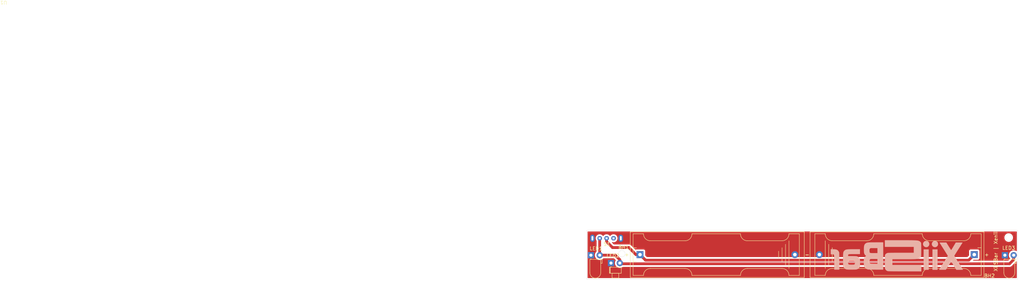
<source format=kicad_pcb>
(kicad_pcb (version 20240108) (generator "pcbnew") (generator_version "8.0")
  (layers (0 "F.Cu" signal) (31 "B.Cu" signal) (34 "B.Paste" user) (35 "F.Paste" user) (36 "B.SilkS" user "B.Silkscreen") (37 "F.SilkS" user "F.Silkscreen") (38 "B.Mask" user) (39 "F.Mask" user) (44 "Edge.Cuts" user))
  (net 0 "")
  (net 1 "GND")
  (net 2 "Net-(BT1-+)")
  (net 3 "Net-(D1-A)")
  (footprint "SLW-864587-2A-RA-N-D:SLW-864587-2A-RA-N-D" (layer "F.Cu") (at 114.135 73.305 180)
    (property "Reference" "U1" (at 174.05 68.015 180) (layer "F.SilkS") (effects (font (thickness 0.1))))
    (property "Value" "~" (hide yes))
    (pad "1" thru_hole circle (at -2 0 180) (size 1.3 1.3) (drill 0.6) (layers "*.Cu" "*.Mask"))
    (pad "2" thru_hole circle (at 0 0 180) (size 1.3 1.3) (drill 0.6) (layers "*.Cu" "*.Mask") (net 2 "Net-(BT1-+)"))
    (pad "3" thru_hole circle (at 2 0 180) (size 1.3 1.3) (drill 0.6) (layers "*.Cu" "*.Mask") (net 3 "Net-(D1-A)"))
    (pad "4" thru_hole oval (at -4.1 0 180) (size 1.3 2.1) (drill oval 0.5 1.3) (layers "*.Cu" "*.Mask") (net 1 "GND"))
    (pad "5" thru_hole oval (at 4.1 0 180) (size 1.3 2.1) (drill oval 0.5 1.3) (layers "*.Cu" "*.Mask") (net 1 "GND"))
  )
  (footprint "LED_THT:LED_D3.0mm_Horizontal_O1.27mm_Z10.0mm" (layer "F.Cu") (at 229.095 78.19)
    (property "Reference" "D2" (hide yes))
    (property "Value" "LED" (hide yes))
    (fp_line (start -0.29 1.21) (end -0.29 5.07) (stroke (width 0.12)) (layer "F.SilkS"))
    (fp_line (start -0.29 1.21) (end 2.83 1.21) (stroke (width 0.12)) (layer "F.SilkS"))
    (fp_line (start 0 1.08) (end 0 1.08) (stroke (width 0.12)) (layer "F.SilkS"))
    (fp_line (start 0 1.08) (end 0 1.21) (stroke (width 0.12)) (layer "F.SilkS"))
    (fp_line (start 0 1.21) (end 0 1.08) (stroke (width 0.12)) (layer "F.SilkS"))
    (fp_line (start 0 1.21) (end 0 1.21) (stroke (width 0.12)) (layer "F.SilkS"))
    (fp_line (start 2.54 1.08) (end 2.54 1.08) (stroke (width 0.12)) (layer "F.SilkS"))
    (fp_line (start 2.54 1.08) (end 2.54 1.21) (stroke (width 0.12)) (layer "F.SilkS"))
    (fp_line (start 2.54 1.21) (end 2.54 1.08) (stroke (width 0.12)) (layer "F.SilkS"))
    (fp_line (start 2.54 1.21) (end 2.54 1.21) (stroke (width 0.12)) (layer "F.SilkS"))
    (fp_line (start 2.83 1.21) (end 2.83 5.07) (stroke (width 0.12)) (layer "F.SilkS"))
    (fp_line (start 2.83 1.21) (end 3.23 1.21) (stroke (width 0.12)) (layer "F.SilkS"))
    (fp_line (start 2.83 2.33) (end 2.83 1.21) (stroke (width 0.12)) (layer "F.SilkS"))
    (fp_line (start 3.23 1.21) (end 3.23 2.33) (stroke (width 0.12)) (layer "F.SilkS"))
    (fp_line (start 3.23 2.33) (end 2.83 2.33) (stroke (width 0.12)) (layer "F.SilkS"))
    (fp_arc (start 2.83 5.07) (mid 1.27 6.63) (end -0.29 5.07) (stroke (width 0.12)) (layer "F.SilkS"))
    (pad "1" thru_hole rect (at 0 0) (size 1.8 1.8) (drill 0.9) (layers "*.Cu" "*.Mask") (net 1 "GND"))
    (pad "2" thru_hole circle (at 2.54 0) (size 1.8 1.8) (drill 0.9) (layers "*.Cu" "*.Mask") (net 3 "Net-(D1-A)"))
  )
  (footprint "LED_THT:LED_D1.8mm_W1.8mm_H2.4mm_Horizontal_O1.27mm_Z1.6mm" (layer "F.Cu") (at 115.4 80.465)
    (property "Reference" "D3" (hide yes))
    (property "Value" "LED" (hide yes))
    (fp_line (start -0.44 1.21) (end -0.44 2.93) (stroke (width 0.12)) (layer "F.SilkS"))
    (fp_line (start -0.44 2.93) (end 2.98 2.93) (stroke (width 0.12)) (layer "F.SilkS"))
    (fp_line (start -0.32 1.21) (end -0.32 2.93) (stroke (width 0.12)) (layer "F.SilkS"))
    (fp_line (start -0.2 1.21) (end -0.2 2.93) (stroke (width 0.12)) (layer "F.SilkS"))
    (fp_line (start 0 1.08) (end 0 1.08) (stroke (width 0.12)) (layer "F.SilkS"))
    (fp_line (start 0 1.08) (end 0 1.21) (stroke (width 0.12)) (layer "F.SilkS"))
    (fp_line (start 0 1.21) (end 0 1.08) (stroke (width 0.12)) (layer "F.SilkS"))
    (fp_line (start 0 1.21) (end 0 1.21) (stroke (width 0.12)) (layer "F.SilkS"))
    (fp_line (start 0.31 2.93) (end 0.31 4.33) (stroke (width 0.12)) (layer "F.SilkS"))
    (fp_line (start 0.31 4.33) (end 2.23 4.33) (stroke (width 0.12)) (layer "F.SilkS"))
    (fp_line (start 2.23 2.93) (end 0.31 2.93) (stroke (width 0.12)) (layer "F.SilkS"))
    (fp_line (start 2.23 4.33) (end 2.23 2.93) (stroke (width 0.12)) (layer "F.SilkS"))
    (fp_line (start 2.54 1.08) (end 2.54 1.08) (stroke (width 0.12)) (layer "F.SilkS"))
    (fp_line (start 2.54 1.08) (end 2.54 1.21) (stroke (width 0.12)) (layer "F.SilkS"))
    (fp_line (start 2.54 1.21) (end 2.54 1.08) (stroke (width 0.12)) (layer "F.SilkS"))
    (fp_line (start 2.54 1.21) (end 2.54 1.21) (stroke (width 0.12)) (layer "F.SilkS"))
    (fp_line (start 2.98 1.21) (end -0.44 1.21) (stroke (width 0.12)) (layer "F.SilkS"))
    (fp_line (start 2.98 2.93) (end 2.98 1.21) (stroke (width 0.12)) (layer "F.SilkS"))
    (pad "1" thru_hole rect (at 0 0) (size 1.8 1.8) (drill 0.9) (layers "*.Cu" "*.Mask") (net 1 "GND"))
    (pad "2" thru_hole circle (at 2.54 0) (size 1.8 1.8) (drill 0.9) (layers "*.Cu" "*.Mask") (net 3 "Net-(D1-A)"))
  )
  (footprint "Battery:BatteryHolder_Keystone_2466_1xAAA" (layer "F.Cu") (at 220.255 78.025 180)
    (property "Reference" "BT2" (hide yes))
    (property "Value" "Battery_Cell")
    (fp_line (start 47.4 6.6) (end 47.4 -6.6) (stroke (width 0.12)) (layer "F.SilkS"))
    (fp_line (start 47.4 -6.6) (end -2.8 -6.6) (stroke (width 0.12)) (layer "F.SilkS"))
    (fp_line (start 46 6) (end 43 6) (stroke (width 0.12)) (layer "F.SilkS"))
    (fp_line (start 46 -6) (end 46 6) (stroke (width 0.12)) (layer "F.SilkS"))
    (fp_line (start 46 -6) (end 43 -6) (stroke (width 0.12)) (layer "F.SilkS"))
    (fp_line (start 43 -4) (end 43 4) (stroke (width 0.12)) (layer "F.SilkS"))
    (fp_line (start 42 3) (end 42 -3) (stroke (width 0.12)) (layer "F.SilkS"))
    (fp_line (start 41 4) (end 31 4) (stroke (width 0.12)) (layer "F.SilkS"))
    (fp_line (start 41 -2) (end 41 2) (stroke (width 0.12)) (layer "F.SilkS"))
    (fp_line (start 41 -4) (end 31 -4) (stroke (width 0.12)) (layer "F.SilkS"))
    (fp_line (start 40 -1) (end 40 1) (stroke (width 0.12)) (layer "F.SilkS"))
    (fp_line (start 29 -6) (end 15 -6) (stroke (width 0.12)) (layer "F.SilkS"))
    (fp_line (start 15 6) (end 29 6) (stroke (width 0.12)) (layer "F.SilkS"))
    (fp_line (start 3 4) (end 13 4) (stroke (width 0.12)) (layer "F.SilkS"))
    (fp_line (start 3 -4) (end 13 -4) (stroke (width 0.12)) (layer "F.SilkS"))
    (fp_line (start -1 2) (end -2 2) (stroke (width 0.12)) (layer "F.SilkS"))
    (fp_line (start -2 6) (end 1 6) (stroke (width 0.12)) (layer "F.SilkS"))
    (fp_line (start -2 -2) (end -1 -2) (stroke (width 0.12)) (layer "F.SilkS"))
    (fp_line (start -2 -6) (end 1 -6) (stroke (width 0.12)) (layer "F.SilkS"))
    (fp_line (start -2 -6) (end -2 6) (stroke (width 0.12)) (layer "F.SilkS"))
    (fp_line (start -2.8 6.6) (end 47.4 6.6) (stroke (width 0.12)) (layer "F.SilkS"))
    (fp_line (start -2.8 -6.6) (end -2.8 6.6) (stroke (width 0.12)) (layer "F.SilkS"))
    (fp_arc (start 43 -6) (mid 42.414214 -4.585786) (end 41 -4) (stroke (width 0.12)) (layer "F.SilkS"))
    (fp_arc (start 41 4) (mid 42.414214 4.585786) (end 43 6) (stroke (width 0.12)) (layer "F.SilkS"))
    (fp_arc (start 31 -4) (mid 29.585786 -4.585786) (end 29 -6) (stroke (width 0.12)) (layer "F.SilkS"))
    (fp_arc (start 29 6) (mid 29.585786 4.585786) (end 31 4) (stroke (width 0.12)) (layer "F.SilkS"))
    (fp_arc (start 15 -6) (mid 14.414214 -4.585786) (end 13 -4) (stroke (width 0.12)) (layer "F.SilkS"))
    (fp_arc (start 13 4) (mid 14.414214 4.585786) (end 15 6) (stroke (width 0.12)) (layer "F.SilkS"))
    (fp_arc (start 3 -4) (mid 1.585786 -4.585786) (end 1 -6) (stroke (width 0.12)) (layer "F.SilkS"))
    (fp_arc (start 1 6) (mid 1.585786 4.585786) (end 3 4) (stroke (width 0.12)) (layer "F.SilkS"))
    (fp_text user "-" (at 48.26 0 0) (layer "F.SilkS"))
    (fp_text user "+" (at -3.61 -0.01 0) (layer "F.SilkS"))
    (pad "1" thru_hole rect (at 0 0 180) (size 2 2) (drill 1.02) (layers "*.Cu" "*.Mask") (net 2 "Net-(BT1-+)"))
    (pad "2" thru_hole circle (at 44.7 0 180) (size 2 2) (drill 1.02) (layers "*.Cu" "*.Mask") (net 1 "GND"))
  )
  (footprint "LED_THT:LED_D3.0mm_Horizontal_O1.27mm_Z10.0mm" (layer "F.Cu") (at 109.605 78.19)
    (property "Reference" "D1" (hide yes))
    (property "Value" "LED" (hide yes))
    (fp_line (start -0.29 1.21) (end -0.29 5.07) (stroke (width 0.12)) (layer "F.SilkS"))
    (fp_line (start -0.29 1.21) (end 2.83 1.21) (stroke (width 0.12)) (layer "F.SilkS"))
    (fp_line (start 0 1.08) (end 0 1.08) (stroke (width 0.12)) (layer "F.SilkS"))
    (fp_line (start 0 1.08) (end 0 1.21) (stroke (width 0.12)) (layer "F.SilkS"))
    (fp_line (start 0 1.21) (end 0 1.08) (stroke (width 0.12)) (layer "F.SilkS"))
    (fp_line (start 0 1.21) (end 0 1.21) (stroke (width 0.12)) (layer "F.SilkS"))
    (fp_line (start 2.54 1.08) (end 2.54 1.08) (stroke (width 0.12)) (layer "F.SilkS"))
    (fp_line (start 2.54 1.08) (end 2.54 1.21) (stroke (width 0.12)) (layer "F.SilkS"))
    (fp_line (start 2.54 1.21) (end 2.54 1.08) (stroke (width 0.12)) (layer "F.SilkS"))
    (fp_line (start 2.54 1.21) (end 2.54 1.21) (stroke (width 0.12)) (layer "F.SilkS"))
    (fp_line (start 2.83 1.21) (end 2.83 5.07) (stroke (width 0.12)) (layer "F.SilkS"))
    (fp_line (start 2.83 1.21) (end 3.23 1.21) (stroke (width 0.12)) (layer "F.SilkS"))
    (fp_line (start 2.83 2.33) (end 2.83 1.21) (stroke (width 0.12)) (layer "F.SilkS"))
    (fp_line (start 3.23 1.21) (end 3.23 2.33) (stroke (width 0.12)) (layer "F.SilkS"))
    (fp_line (start 3.23 2.33) (end 2.83 2.33) (stroke (width 0.12)) (layer "F.SilkS"))
    (fp_arc (start 2.83 5.07) (mid 1.27 6.63) (end -0.29 5.07) (stroke (width 0.12)) (layer "F.SilkS"))
    (pad "1" thru_hole rect (at 0 0) (size 1.8 1.8) (drill 0.9) (layers "*.Cu" "*.Mask") (net 1 "GND"))
    (pad "2" thru_hole circle (at 2.54 0) (size 1.8 1.8) (drill 0.9) (layers "*.Cu" "*.Mask") (net 3 "Net-(D1-A)"))
  )
  (footprint "Battery:BatteryHolder_Keystone_2466_1xAAA" (layer "F.Cu") (at 123.775 78.03)
    (property "Reference" "BT1" (hide yes))
    (property "Value" "Battery_Cell")
    (fp_line (start -2.8 -6.6) (end -2.8 6.6) (stroke (width 0.12)) (layer "F.SilkS"))
    (fp_line (start -2.8 6.6) (end 47.4 6.6) (stroke (width 0.12)) (layer "F.SilkS"))
    (fp_line (start -2 -6) (end -2 6) (stroke (width 0.12)) (layer "F.SilkS"))
    (fp_line (start -2 -6) (end 1 -6) (stroke (width 0.12)) (layer "F.SilkS"))
    (fp_line (start -2 -2) (end -1 -2) (stroke (width 0.12)) (layer "F.SilkS"))
    (fp_line (start -2 6) (end 1 6) (stroke (width 0.12)) (layer "F.SilkS"))
    (fp_line (start -1 2) (end -2 2) (stroke (width 0.12)) (layer "F.SilkS"))
    (fp_line (start 3 -4) (end 13 -4) (stroke (width 0.12)) (layer "F.SilkS"))
    (fp_line (start 3 4) (end 13 4) (stroke (width 0.12)) (layer "F.SilkS"))
    (fp_line (start 15 6) (end 29 6) (stroke (width 0.12)) (layer "F.SilkS"))
    (fp_line (start 29 -6) (end 15 -6) (stroke (width 0.12)) (layer "F.SilkS"))
    (fp_line (start 40 -1) (end 40 1) (stroke (width 0.12)) (layer "F.SilkS"))
    (fp_line (start 41 -4) (end 31 -4) (stroke (width 0.12)) (layer "F.SilkS"))
    (fp_line (start 41 -2) (end 41 2) (stroke (width 0.12)) (layer "F.SilkS"))
    (fp_line (start 41 4) (end 31 4) (stroke (width 0.12)) (layer "F.SilkS"))
    (fp_line (start 42 3) (end 42 -3) (stroke (width 0.12)) (layer "F.SilkS"))
    (fp_line (start 43 -4) (end 43 4) (stroke (width 0.12)) (layer "F.SilkS"))
    (fp_line (start 46 -6) (end 43 -6) (stroke (width 0.12)) (layer "F.SilkS"))
    (fp_line (start 46 -6) (end 46 6) (stroke (width 0.12)) (layer "F.SilkS"))
    (fp_line (start 46 6) (end 43 6) (stroke (width 0.12)) (layer "F.SilkS"))
    (fp_line (start 47.4 -6.6) (end -2.8 -6.6) (stroke (width 0.12)) (layer "F.SilkS"))
    (fp_line (start 47.4 6.6) (end 47.4 -6.6) (stroke (width 0.12)) (layer "F.SilkS"))
    (fp_arc (start 1 6) (mid 1.585786 4.585786) (end 3 4) (stroke (width 0.12)) (layer "F.SilkS"))
    (fp_arc (start 3 -4) (mid 1.585786 -4.585786) (end 1 -6) (stroke (width 0.12)) (layer "F.SilkS"))
    (fp_arc (start 13 4) (mid 14.414214 4.585786) (end 15 6) (stroke (width 0.12)) (layer "F.SilkS"))
    (fp_arc (start 15 -6) (mid 14.414214 -4.585786) (end 13 -4) (stroke (width 0.12)) (layer "F.SilkS"))
    (fp_arc (start 29 6) (mid 29.585786 4.585786) (end 31 4) (stroke (width 0.12)) (layer "F.SilkS"))
    (fp_arc (start 31 -4) (mid 29.585786 -4.585786) (end 29 -6) (stroke (width 0.12)) (layer "F.SilkS"))
    (fp_arc (start 41 4) (mid 42.414214 4.585786) (end 43 6) (stroke (width 0.12)) (layer "F.SilkS"))
    (fp_arc (start 43 -6) (mid 42.414214 -4.585786) (end 41 -4) (stroke (width 0.12)) (layer "F.SilkS"))
    (fp_text user "-" (at 48.26 0 0) (layer "F.SilkS"))
    (fp_text user "+" (at -3.81 0 0) (layer "F.SilkS"))
    (pad "1" thru_hole rect (at 0 0) (size 2 2) (drill 1.02) (layers "*.Cu" "*.Mask") (net 2 "Net-(BT1-+)"))
    (pad "2" thru_hole circle (at 44.7 0) (size 2 2) (drill 1.02) (layers "*.Cu" "*.Mask") (net 1 "GND"))
  )
  (footprint "LOGO" (layer "B.Cu") (at 197.90575 77.885181 180)
    (property "Reference" "G***" (hide yes))
    (property "Value" "LOGO" (hide yes))
    (fp_poly (pts (xy -7.737074 -1.577955) (xy -7.737074 -4.53026) (xy -8.47515 -4.53026) (xy -9.213226 -4.53026) (xy -9.213226 -1.577955) (xy -9.213226 1.374349) (xy -8.47515 1.374349) (xy -7.737074 1.374349)) (fill solid) (layer "B.SilkS"))
    (fp_poly (pts (xy -10.282164 -1.577955) (xy -10.282164 -4.53026) (xy -11.02024 -4.53026) (xy -11.758316 -4.53026) (xy -11.758316 -1.577955) (xy -11.758316 1.374349) (xy -11.02024 1.374349) (xy -10.282164 1.374349)) (fill solid) (layer "B.SilkS"))
    (fp_poly (pts (xy -10.640753 3.764908) (xy -10.555294 3.722876) (xy -10.323389 3.527145) (xy -10.172278 3.294323) (xy -10.098451 3.040789) (xy -10.098395 2.782918) (xy -10.168601 2.537088) (xy -10.305557 2.319674) (xy -10.505751 2.147054) (xy -10.765672 2.035603) (xy -10.923127 2.007275) (xy -11.157579 2.008421) (xy -11.366462 2.073614) (xy -11.376553 2.078359) (xy -11.631789 2.240552) (xy -11.801081 2.448335) (xy -11.891238 2.712918) (xy -11.911022 2.958147) (xy -11.876874 3.235843) (xy -11.766438 3.459097) (xy -11.573105 3.648311) (xy -11.370766 3.752644) (xy -11.123098 3.808673) (xy -10.867345 3.813671)) (fill solid) (layer "B.SilkS"))
    (fp_poly (pts (xy -8.165086 3.7801) (xy -7.926504 3.662052) (xy -7.728476 3.455331) (xy -7.704383 3.42075) (xy -7.581113 3.159807) (xy -7.547685 2.895673) (xy -7.593537 2.641984) (xy -7.708107 2.412379) (xy -7.880834 2.220494) (xy -8.101155 2.079967) (xy -8.358511 2.004435) (xy -8.642337 2.007535) (xy -8.775251 2.038029) (xy -8.944077 2.1248) (xy -9.117017 2.270264) (xy -9.255989 2.440466) (xy -9.286853 2.494189) (xy -9.380164 2.781377) (xy -9.380182 3.07364) (xy -9.289168 3.349366) (xy -9.180373 3.511739) (xy -8.997165 3.683187) (xy -8.785985 3.780853) (xy -8.518434 3.816791) (xy -8.459754 3.817636)) (fill solid) (layer "B.SilkS"))
    (fp_poly (pts (xy 19.088177 0.692565) (xy 19.088177 -0.040122) (xy 18.68615 -0.058379) (xy 18.539934 -0.062838) (xy 18.418755 -0.067585) (xy 18.320277 -0.081408) (xy 18.242163 -0.113095) (xy 18.182076 -0.171434) (xy 18.137678 -0.265213) (xy 18.106634 -0.40322) (xy 18.086605 -0.594242) (xy 18.075255 -0.847067) (xy 18.070247 -1.170483) (xy 18.069245 -1.573278) (xy 18.06991 -2.06424) (xy 18.070141 -2.374823) (xy 18.070141 -4.479358) (xy 17.330227 -4.479358) (xy 16.590313 -4.479358) (xy 16.604876 -1.997895) (xy 16.619439 0.483568) (xy 16.772145 0.761958) (xy 16.919073 0.980194) (xy 17.099887 1.14897) (xy 17.327069 1.27305) (xy 17.613102 1.357199) (xy 17.970468 1.406182) (xy 18.41165 1.424763) (xy 18.509754 1.425251) (xy 19.088177 1.425251)) (fill solid) (layer "B.SilkS"))
    (fp_poly (pts (xy 6.601057 3.40974) (xy 7.080937 3.40715) (xy 7.478981 3.401832) (xy 7.805169 3.392965) (xy 8.069482 3.37973) (xy 8.281899 3.361307) (xy 8.452402 3.336876) (xy 8.590971 3.305617) (xy 8.707587 3.266712) (xy 8.812229 3.219339) (xy 8.893366 3.175175) (xy 9.08718 3.042165) (xy 9.239562 2.883117) (xy 9.354286 2.68596) (xy 9.43513 2.438624) (xy 9.485869 2.129038) (xy 9.510278 1.745131) (xy 9.512134 1.274832) (xy 9.510807 1.2013) (xy 9.50358 0.88129) (xy 9.494991 0.643697) (xy 9.482349 0.469144) (xy 9.462965 0.338253) (xy 9.434147 0.231645) (xy 9.393205 0.129945) (xy 9.349256 0.037754) (xy 9.242243 -0.143767) (xy 9.11616 -0.306522) (xy 9.029553 -0.389423) (xy 8.85378 -0.523491) (xy 9.000999 -0.61302) (xy 9.202385 -0.790279) (xy 9.374296 -1.054381) (xy 9.452484 -1.231005) (xy 9.492451 -1.395765) (xy 9.521558 -1.637904) (xy 9.539761 -1.933577) (xy 9.54702 -2.258934) (xy 9.543292 -2.59013) (xy 9.528534 -2.903317) (xy 9.502705 -3.174647) (xy 9.465762 -3.380274) (xy 9.456344 -3.413668) (xy 9.298199 -3.777299) (xy 9.072811 -4.064508) (xy 8.780276 -4.275206) (xy 8.420691 -4.409305) (xy 8.358116 -4.423403) (xy 8.228274 -4.43887) (xy 8.002227 -4.452041) (xy 7.685553 -4.462784) (xy 7.283827 -4.470965) (xy 6.802626 -4.476453) (xy 6.247527 -4.479115) (xy 6.003908 -4.479358) (xy 3.919439 -4.479358) (xy 3.919439 -2.08994) (xy 5.599199 -2.08994) (xy 5.599199 -2.805532) (xy 6.612021 -2.78984) (xy 6.961899 -2.783607) (xy 7.224513 -2.776275) (xy 7.414403 -2.766383) (xy 7.54611 -2.752467) (xy 7.634172 -2.733066) (xy 7.693129 -2.706715) (xy 7.731861 -2.67718) (xy 7.782844 -2.619534) (xy 7.814656 -2.543396) (xy 7.831648 -2.425384) (xy 7.838174 -2.242116) (xy 7.838878 -2.102221) (xy 7.836718 -1.874361) (xy 7.826811 -1.723478) (xy 7.80402 -1.624778) (xy 7.763209 -1.553469) (xy 7.713937 -1.499289) (xy 7.668533 -1.456438) (xy 7.620272 -1.424711) (xy 7.554173 -1.402435) (xy 7.455253 -1.387941) (xy 7.308532 -1.379555) (xy 7.099026 -1.375607) (xy 6.811755 -1.374425) (xy 6.594098 -1.374348) (xy 5.599199 -1.374348) (xy 5.599199 -2.08994) (xy 3.919439 -2.08994) (xy 3.919439 -0.534468) (xy 3.919439 1.018037) (xy 5.599199 1.018037) (xy 5.599199 0.305411) (xy 6.611596 0.305411) (xy 6.960913 0.30617) (xy 7.223212 0.309293) (xy 7.413274 0.316049) (xy 7.545879 0.327707) (xy 7.635806 0.345538) (xy 7.697836 0.37081) (xy 7.744161 0.402685) (xy 7.802416 0.459934) (xy 7.83987 0.533359) (xy 7.862459 0.647019) (xy 7.87612 0.824969) (xy 7.882078 0.961497) (xy 7.889158 1.180951) (xy 7.88609 1.324845) (xy 7.86709 1.419329) (xy 7.826377 1.490554) (xy 7.758169 1.56467) (xy 7.746013 1.576849) (xy 7.5922 1.730662) (xy 6.595699 1.730662) (xy 5.599199 1.730662) (xy 5.599199 1.018037) (xy 3.919439 1.018037) (xy 3.919439 3.410421) (xy 6.029359 3.410421)) (fill solid) (layer "B.SilkS"))
    (fp_poly (pts (xy 3.461323 3.054109) (xy 3.461323 2.086974) (xy -0.712625 2.086974) (xy -4.886573 2.086974) (xy -4.886573 1.247095) (xy -4.886573 0.407215) (xy -1.234368 0.405971) (xy -0.475141 0.404961) (xy 0.211099 0.402506) (xy 0.820612 0.398658) (xy 1.349662 0.393469) (xy 1.79451 0.38699) (xy 2.151417 0.379271) (xy 2.416645 0.370366) (xy 2.586455 0.360324) (xy 2.646894 0.352569) (xy 2.941353 0.245099) (xy 3.184109 0.075699) (xy 3.352833 -0.139837) (xy 3.358514 -0.150734) (xy 3.38562 -0.208468) (xy 3.407499 -0.271742) (xy 3.424706 -0.351518) (xy 3.437797 -0.458762) (xy 3.447328 -0.604436) (xy 3.453853 -0.799504) (xy 3.457928 -1.054931) (xy 3.46011 -1.381679) (xy 3.460953 -1.790713) (xy 3.461039 -2.174024) (xy 3.459376 -2.691683) (xy 3.454689 -3.145685) (xy 3.447177 -3.528672) (xy 3.437037 -3.833287) (xy 3.424468 -4.052172) (xy 3.409668 -4.177969) (xy 3.40675 -4.190276) (xy 3.29851 -4.418776) (xy 3.117897 -4.63333) (xy 2.893128 -4.804331) (xy 2.759111 -4.869789) (xy 2.714178 -4.88549) (xy 2.660926 -4.899366) (xy 2.593008 -4.911552) (xy 2.504079 -4.922182) (xy 2.387794 -4.931392) (xy 2.237807 -4.939317) (xy 2.047772 -4.94609) (xy 1.811344 -4.951848) (xy 1.522177 -4.956725) (xy 1.173926 -4.960855) (xy 0.760245 -4.964374) (xy 0.274789 -4.967417) (xy -0.288789 -4.970119) (xy -0.936833 -4.972613) (xy -1.675689 -4.975036) (xy -2.277855 -4.976842) (xy -7.07535 -4.990881) (xy -7.07535 -4.047945) (xy -7.07535 -3.10501) (xy -2.901402 -3.10501) (xy 1.272545 -3.10501) (xy 1.272545 -2.290581) (xy 1.272545 -1.476152) (xy -2.006938 -1.476152) (xy -2.728942 -1.475717) (xy -3.357029 -1.474158) (xy -3.899082 -1.471094) (xy -4.362984 -1.466144) (xy -4.756619 -1.458926) (xy -5.08787 -1.449059) (xy -5.36462 -1.436161) (xy -5.594753 -1.419852) (xy -5.786152 -1.399749) (xy -5.9467 -1.375472) (xy -6.084281 -1.34664) (xy -6.206779 -1.31287) (xy -6.322076 -1.273783) (xy -6.341803 -1.266479) (xy -6.568337 -1.147824) (xy -6.774532 -0.979658) (xy -6.933048 -0.788214) (xy -7.010431 -0.62483) (xy -7.020656 -0.53698) (xy -7.029314 -0.361961) (xy -7.036405 -0.114378) (xy -7.041925 0.191163) (xy -7.045872 0.540055) (xy -7.048245 0.917692) (xy -7.049042 1.309469) (xy -7.048259 1.700778) (xy -7.045896 2.077014) (xy -7.04195 2.42357) (xy -7.036418 2.725841) (xy -7.0293 2.96922) (xy -7.020592 3.1391) (xy -7.010988 3.218606) (xy -6.907323 3.423557) (xy -6.727317 3.614016) (xy -6.495999 3.766078) (xy -6.388612 3.813101) (xy -6.289104 3.847983) (xy -6.184004 3.878768) (xy -6.066645 3.905709) (xy -5.930363 3.929057) (xy -5.768492 3.949067) (xy -5.574367 3.965991) (xy -5.341322 3.980083) (xy -5.062694 3.991595) (xy -4.731815 4.00078) (xy -4.342021 4.007891) (xy -3.886647 4.013182) (xy -3.359027 4.016905) (xy -2.752497 4.019313) (xy -2.06039 4.02066) (xy -1.276041 4.021197) (xy -0.904842 4.021243) (xy 3.461323 4.021243)) (fill solid) (layer "B.SilkS"))
    (fp_poly (pts (xy -16.366691 2.265131) (xy -16.188083 1.965603) (xy -16.025684 1.697531) (xy -15.886823 1.47267) (xy -15.778831 1.302773) (xy -15.709038 1.199597) (xy -15.685634 1.172994) (xy -15.650686 1.214987) (xy -15.56974 1.331981) (xy -15.450366 1.512408) (xy -15.300136 1.744699) (xy -15.126622 2.017285) (xy -14.969386 2.267382) (xy -14.286467 3.35952) (xy -13.302351 3.35952) (xy -12.99841 3.35834) (xy -12.732589 3.355052) (xy -12.520387 3.350036) (xy -12.377304 3.343669) (xy -12.318836 3.336329) (xy -12.318236 3.335488) (xy -12.344705 3.288893) (xy -12.420412 3.165322) (xy -12.539807 2.973605) (xy -12.697339 2.72257) (xy -12.887459 2.421044) (xy -13.104617 2.077856) (xy -13.343262 1.701834) (xy -13.514429 1.432759) (xy -13.76477 1.038422) (xy -13.997338 0.669847) (xy -14.206562 0.336024) (xy -14.386872 0.045944) (xy -14.532698 -0.191402) (xy -14.63847 -0.367023) (xy -14.698619 -0.471927) (xy -14.710621 -0.498159) (xy -14.683909 -0.550516) (xy -14.60746 -0.679532) (xy -14.486801 -0.876372) (xy -14.32746 -1.132199) (xy -14.134965 -1.438176) (xy -13.914842 -1.785466) (xy -13.672622 -2.165234) (xy -13.472945 -2.476693) (xy -13.21617 -2.876438) (xy -12.975714 -3.250976) (xy -12.757303 -3.591372) (xy -12.566662 -3.888694) (xy -12.409519 -4.134007) (xy -12.2916 -4.318379) (xy -12.218629 -4.432875) (xy -12.196724 -4.467721) (xy -12.201996 -4.490266) (xy -12.255822 -4.506426) (xy -12.36889 -4.516765) (xy -12.551886 -4.521846) (xy -12.815498 -4.522234) (xy -13.161006 -4.518623) (xy -14.163835 -4.504809) (xy -14.90807 -3.338176) (xy -15.105659 -3.031263) (xy -15.28717 -2.754693) (xy -15.445054 -2.519537) (xy -15.571767 -2.336865) (xy -15.659762 -2.217747) (xy -15.701493 -2.173256) (xy -15.702173 -2.173186) (xy -15.740413 -2.215636) (xy -15.822951 -2.334508) (xy -15.942538 -2.518436) (xy -16.091923 -2.756053) (xy -16.263856 -3.035993) (xy -16.451086 -3.346891) (xy -16.454459 -3.352545) (xy -17.156876 -4.53026) (xy -18.150981 -4.53026) (xy -18.50371 -4.528948) (xy -18.765032 -4.524553) (xy -18.945313 -4.516384) (xy -19.054921 -4.503751) (xy -19.104223 -4.485964) (xy -19.106678 -4.466633) (xy -19.071971 -4.411788) (xy -18.98796 -4.280202) (xy -18.860359 -4.080791) (xy -18.694881 -3.822471) (xy -18.49724 -3.514159) (xy -18.273148 -3.16477) (xy -18.028319 -2.783221) (xy -17.82792 -2.471029) (xy -17.572467 -2.070734) (xy -17.335667 -1.695029) (xy -17.122955 -1.352872) (xy -16.939762 -1.05322) (xy -16.79152 -0.805031) (xy -16.683663 -0.617262) (xy -16.621622 -0.498871) (xy -16.608542 -0.460407) (xy -16.639642 -0.402019) (xy -16.719986 -0.267204) (xy -16.843814 -0.065202) (xy -17.005369 0.194749) (xy -17.198891 0.503408) (xy -17.418621 0.851538) (xy -17.658801 1.229897) (xy -17.807942 1.463843) (xy -18.056328 1.853417) (xy -18.286903 2.216144) (xy -18.494058 2.54312) (xy -18.672183 2.82544) (xy -18.81567 3.054199) (xy -18.918907 3.220493) (xy -18.976286 3.315417) (xy -18.986372 3.334484) (xy -18.938052 3.342209) (xy -18.803413 3.348967) (xy -18.59794 3.354364) (xy -18.337116 3.358007) (xy -18.036425 3.359503) (xy -18.000395 3.35952) (xy -17.014418 3.35952)) (fill solid) (layer "B.SilkS"))
    (fp_poly (pts (xy 12.930611 1.423624) (xy 13.40975 1.417613) (xy 13.807291 1.405518) (xy 14.133321 1.385641) (xy 14.397926 1.356284) (xy 14.61119 1.315749) (xy 14.783199 1.262338) (xy 14.924039 1.194352) (xy 15.043795 1.110093) (xy 15.152553 1.007863) (xy 15.209549 0.9454) (xy 15.287782 0.850275) (xy 15.351967 0.752956) (xy 15.403481 0.642647) (xy 15.443701 0.50855) (xy 15.474006 0.339871) (xy 15.495773 0.125813) (xy 15.510379 -0.14442) (xy 15.519203 -0.481624) (xy 15.523622 -0.896596) (xy 15.525014 -1.400131) (xy 15.52505 -1.527054) (xy 15.524412 -2.052291) (xy 15.521348 -2.486587) (xy 15.514132 -2.840803) (xy 15.501037 -3.125801) (xy 15.48034 -3.352439) (xy 15.450313 -3.53158) (xy 15.40923 -3.674083) (xy 15.355368 -3.79081) (xy 15.286999 -3.89262) (xy 15.202397 -3.990375) (xy 15.12026 -4.074568) (xy 14.999915 -4.188348) (xy 14.882767 -4.278685) (xy 14.755541 -4.34818) (xy 14.604959 -4.399436) (xy 14.417745 -4.435056) (xy 14.180622 -4.457641) (xy 13.880313 -4.469795) (xy 13.503541 -4.474119) (xy 13.085251 -4.473454) (xy 12.733518 -4.470909) (xy 12.411666 -4.466907) (xy 12.134975 -4.461772) (xy 11.918726 -4.455828) (xy 11.778199 -4.449399) (xy 11.732866 -4.44474) (xy 11.418515 -4.355481) (xy 11.178549 -4.240253) (xy 10.986327 -4.085625) (xy 10.954531 -4.052343) (xy 10.843674 -3.923735) (xy 10.759565 -3.799053) (xy 10.698578 -3.661752) (xy 10.657088 -3.495288) (xy 10.631467 -3.283117) (xy 10.618089 -3.008694) (xy 10.61333 -2.655474) (xy 10.613218 -2.595868) (xy 12.115687 -2.595868) (xy 12.12547 -2.760471) (xy 12.146764 -2.86704) (xy 12.153585 -2.880302) (xy 12.21447 -2.947597) (xy 12.302008 -2.994991) (xy 12.432199 -3.02517) (xy 12.621042 -3.040824) (xy 12.884536 -3.044643) (xy 13.114759 -3.041847) (xy 13.406867 -3.034924) (xy 13.615055 -3.02502) (xy 13.757203 -3.009757) (xy 13.851193 -2.986751) (xy 13.914907 -2.953622) (xy 13.941913 -2.93169) (xy 14.015442 -2.807116) (xy 14.053218 -2.622979) (xy 14.055389 -2.41498) (xy 14.022105 -2.218818) (xy 13.953517 -2.070193) (xy 13.938222 -2.052078) (xy 13.891763 -2.007485) (xy 13.838364 -1.975841) (xy 13.760984 -1.95493) (xy 13.642582 -1.942535) (xy 13.466117 -1.936442) (xy 13.214549 -1.934434) (xy 13.03217 -1.934268) (xy 12.680948 -1.937656) (xy 12.425629 -1.948091) (xy 12.260528 -1.965979) (xy 12.179959 -1.991723) (xy 12.175712 -1.99535) (xy 12.147428 -2.072972) (xy 12.127464 -2.220206) (xy 12.116618 -2.405143) (xy 12.115687 -2.595868) (xy 10.613218 -2.595868) (xy 10.613026 -2.494188) (xy 10.613447 -2.162357) (xy 10.61613 -1.914274) (xy 10.623205 -1.731884) (xy 10.636801 -1.597131) (xy 10.659049 -1.491959) (xy 10.692077 -1.398313) (xy 10.738017 -1.298138) (xy 10.759229 -1.254751) (xy 10.954377 -0.96888) (xy 11.221504 -0.751702) (xy 11.551014 -0.611009) (xy 11.552953 -0.610469) (xy 11.655466 -0.595926) (xy 11.842379 -0.583022) (xy 12.096292 -0.572411) (xy 12.399805 -0.564747) (xy 12.735518 -0.560683) (xy 12.890882 -0.560203) (xy 14.048898 -0.559919) (xy 14.048898 -0.364201) (xy 14.047793 -0.26804) (xy 14.037886 -0.190495) (xy 14.009292 -0.129562) (xy 13.952121 -0.083241) (xy 13.856489 -0.049527) (xy 13.712507 -0.02642) (xy 13.510289 -0.011917) (xy 13.239947 -0.004014) (xy 12.891596 -0.000711) (xy 12.455348 -0.000004) (xy 12.250601 0) (xy 10.638477 0) (xy 10.638477 0.712626) (xy 10.638477 1.425251) (xy 12.35979 1.425251)) (fill solid) (layer "B.SilkS"))
  )
  (gr_circle (center 118.535013 77.76) (end 119.480013 77.755) (stroke (width 0.05)) (fill none) (layer "Edge.Cuts"))
  (gr_circle (center 230.195 73.11) (end 231.14 73.105) (stroke (width 0.05)) (fill none) (layer "Edge.Cuts"))
  (gr_rect (start 108.345 71.05) (end 232.84 85.09) (stroke (width 0.05)) (fill none) (layer "Edge.Cuts"))
  (gr_text "BH1" (at 117.435 76.475 0) (layer "F.SilkS") (effects (font (size 1 1)) (justify left bottom)))
  (gr_text "LED3" (at 228.255 76.69 0) (layer "F.SilkS") (effects (font (size 1 1)) (justify left bottom)))
  (gr_text "BH2" (at 223.055 84.72 0) (layer "F.SilkS") (effects (font (size 1 1)) (justify left bottom)))
  (gr_text "LED2" (at 114.005 78.935 0) (layer "F.SilkS") (effects (font (size 1 1)) (justify left bottom)))
  (gr_text "XiiSBar | Xenii" (at 227.06 82.955 90) (layer "F.SilkS") (effects (font (size 1 1)) (justify left bottom)))
  (gr_text "LED1" (at 109.13 76.85 0) (layer "F.SilkS") (effects (font (size 1 1)) (justify left bottom)))
  (gr_text "S1" (at 113.16 75.56 0) (layer "F.SilkS") (effects (font (size 1 1)) (justify left bottom)))
  (segment (start 122.6 78.03) (end 120.56 75.99) (width 0.8) (layer "F.Cu") (net 2))
  (segment (start 114.135 74.28) (end 114.135 73.305) (width 0.8) (layer "F.Cu") (net 2))
  (segment (start 125.375 79.63) (end 218.65 79.63) (width 0.8) (layer "F.Cu") (net 2))
  (segment (start 218.65 79.63) (end 220.255 78.025) (width 0.8) (layer "F.Cu") (net 2))
  (segment (start 123.775 78.03) (end 122.6 78.03) (width 0.8) (layer "F.Cu") (net 2))
  (segment (start 123.775 78.03) (end 125.375 79.63) (width 0.8) (layer "F.Cu") (net 2))
  (segment (start 120.56 75.99) (end 115.845 75.99) (width 0.8) (layer "F.Cu") (net 2))
  (segment (start 115.845 75.99) (end 114.135 74.28) (width 0.8) (layer "F.Cu") (net 2))
  (segment (start 117.94 80.465) (end 118.145 80.67) (width 0.8) (layer "F.Cu") (net 3))
  (segment (start 112.135 78.18) (end 112.145 78.19) (width 0.8) (layer "F.Cu") (net 3))
  (segment (start 116.624053 78.19) (end 117.94 79.505947) (width 0.8) (layer "F.Cu") (net 3))
  (segment (start 117.94 79.505947) (end 117.94 80.465) (width 0.8) (layer "F.Cu") (net 3))
  (segment (start 231.635 79.465) (end 231.635 78.19) (width 0.8) (layer "F.Cu") (net 3))
  (segment (start 112.145 78.19) (end 116.624053 78.19) (width 0.8) (layer "F.Cu") (net 3))
  (segment (start 230.43 80.67) (end 231.635 79.465) (width 0.8) (layer "F.Cu") (net 3))
  (segment (start 112.135 73.305) (end 112.135 78.18) (width 0.8) (layer "F.Cu") (net 3))
  (segment (start 118.145 80.67) (end 230.43 80.67) (width 0.8) (layer "F.Cu") (net 3))
  (zone (net 1) (net_name "GND") (layer "F.Cu") (connect_pads yes (clearance 0.5)) (min_thickness 0.2) (fill yes (thermal_gap 0.2) (thermal_bridge_width 0.2))
    (polygon (pts (xy 108.055 70.78) (xy 234.635 70.275) (xy 234.575 85.885) (xy 108.215 86.55) (xy 108.105 70.755)))
  )
)
</source>
